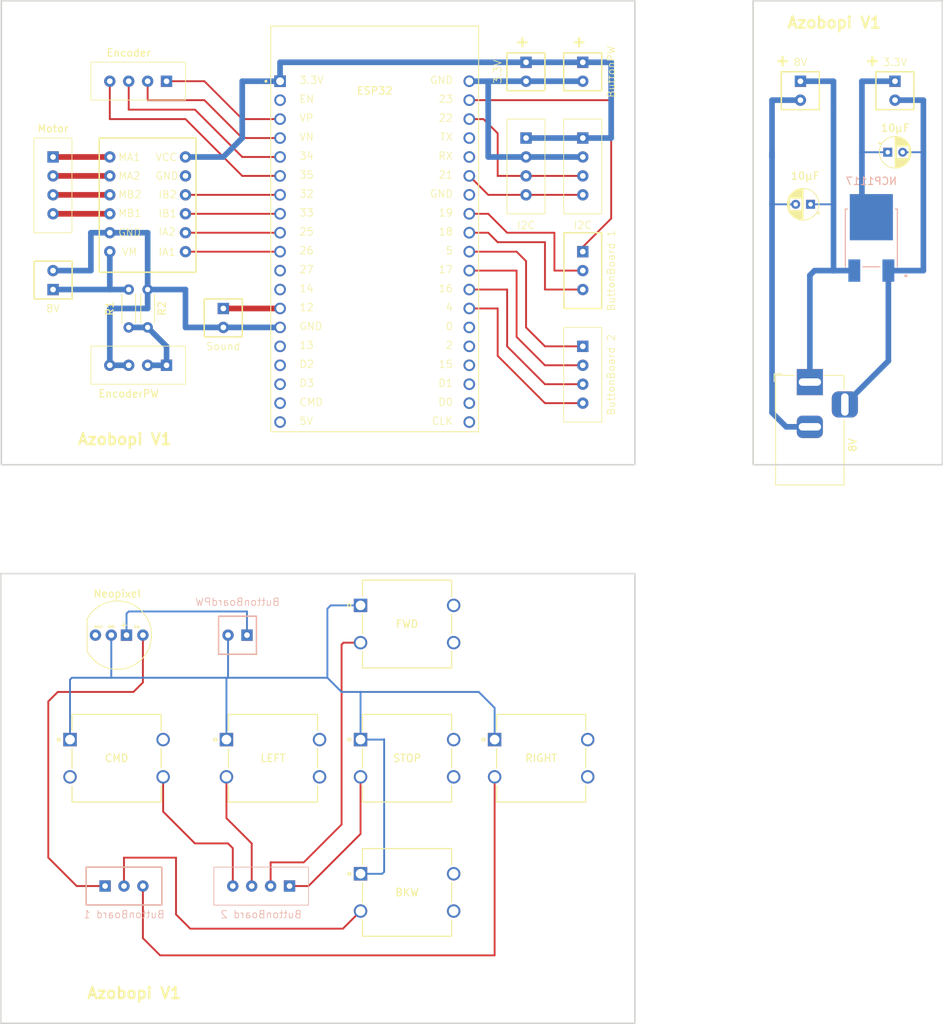
<source format=kicad_pcb>
(kicad_pcb (version 20221018) (generator pcbnew)
  (title_block (title "Azobopi") (date "2023-11-02") (rev "V1-0") (company "EBIRP"))
  (layers (0 "F.Cu" signal) (31 "B.Cu" signal) (34 "B.Paste" user) (35 "F.Paste" user) (36 "B.SilkS" user "B.Silkscreen") (37 "F.SilkS" user "F.Silkscreen") (38 "B.Mask" user) (39 "F.Mask" user) (44 "Edge.Cuts" user))
  (net 0 "")
  (footprint "Custom:HR8833" (layer "F.Cu") (at 58.42 66.04)
    (fp_text reference "REF**" hide)
    (fp_text value "HR8833")
    (fp_text user "VCC" (at 1 -7 unlocked) (layer "F.SilkS") (effects (font (thickness 0.1)) (justify left bottom)))
    (fp_text user "IB2" (at 1.4 -2 unlocked) (layer "F.SilkS") (effects (font (thickness 0.1)) (justify left bottom)))
    (fp_text user "GND" (at 1 -4.5 unlocked) (layer "F.SilkS") (effects (font (thickness 0.1)) (justify left bottom)))
    (fp_text user "IB1" (at 1.4 0.55 unlocked) (layer "F.SilkS") (effects (font (thickness 0.1)) (justify left bottom)))
    (fp_text user "IA2" (at 1.4 3 unlocked) (layer "F.SilkS") (effects (font (thickness 0.1)) (justify left bottom)))
    (fp_text user "VM" (at -3.5 5.7 unlocked) (layer "F.SilkS") (effects (font (thickness 0.1)) (justify left bottom)))
    (fp_text user "IA1" (at 1.4 5.7 unlocked) (layer "F.SilkS") (effects (font (thickness 0.1)) (justify left bottom)))
    (fp_text user "MB2" (at -4 -2 unlocked) (layer "F.SilkS") (effects (font (thickness 0.1)) (justify left bottom)))
    (fp_text user "MA1" (at -4 -7 unlocked) (layer "F.SilkS") (effects (font (thickness 0.1)) (justify left bottom)))
    (fp_text user "MA2" (at -4 -4.5 unlocked) (layer "F.SilkS") (effects (font (thickness 0.1)) (justify left bottom)))
    (fp_text user "GND" (at -4 3.1 unlocked) (layer "F.SilkS") (effects (font (thickness 0.1)) (justify left bottom)))
    (fp_text user "MB1" (at -4 0.5 unlocked) (layer "F.SilkS") (effects (font (thickness 0.1)) (justify left bottom)))
    (pad "1" thru_hole circle (at 5.08 5.08) (size 1.524 1.524) (drill 0.762) (layers "*.Cu" "*.Mask"))
    (pad "2" thru_hole circle (at 5.08 2.54) (size 1.524 1.524) (drill 0.762) (layers "*.Cu" "*.Mask"))
    (pad "3" thru_hole circle (at 5.08 0) (size 1.524 1.524) (drill 0.762) (layers "*.Cu" "*.Mask"))
    (pad "4" thru_hole circle (at 5.08 -2.54) (size 1.524 1.524) (drill 0.762) (layers "*.Cu" "*.Mask"))
    (pad "5" thru_hole circle (at 5.08 -5.08) (size 1.524 1.524) (drill 0.762) (layers "*.Cu" "*.Mask"))
    (pad "6" thru_hole circle (at 5.08 -7.62) (size 1.524 1.524) (drill 0.762) (layers "*.Cu" "*.Mask"))
    (pad "7" thru_hole circle (at -5.08 -7.62) (size 1.524 1.524) (drill 0.762) (layers "*.Cu" "*.Mask"))
    (pad "8" thru_hole circle (at -5.08 -5.08) (size 1.524 1.524) (drill 0.762) (layers "*.Cu" "*.Mask"))
    (pad "9" thru_hole circle (at -5.08 -2.54) (size 1.524 1.524) (drill 0.762) (layers "*.Cu" "*.Mask"))
    (pad "10" thru_hole circle (at -5.08 0) (size 1.524 1.524) (drill 0.762) (layers "*.Cu" "*.Mask"))
    (pad "11" thru_hole circle (at -5.08 2.54) (size 1.524 1.524) (drill 0.762) (layers "*.Cu" "*.Mask"))
    (pad "12" thru_hole circle (at -5.08 5.08) (size 1.524 1.524) (drill 0.762) (layers "*.Cu" "*.Mask"))
  )
  (footprint "Capacitor_THT:CP_Radial_D4.0mm_P2.00mm" (layer "F.Cu") (at 147.415 64.77 180)
    (fp_text reference "10μF" (at 0.73 3.81) (layer "F.SilkS"))
    (fp_text value "CP_Radial_D4.0mm_P2.00mm" hide)
    (pad "1" thru_hole rect (at 0 0 180) (size 1.2 1.2) (drill 0.6) (layers "*.Cu" "*.Mask"))
    (pad "2" thru_hole circle (at 2 0 180) (size 1.2 1.2) (drill 0.6) (layers "*.Cu" "*.Mask"))
  )
  (footprint "Custom:jst-xh3x_2.54" (layer "F.Cu") (at 114.3 76.2)
    (fp_text reference "ButtonBoard 1" (at 6.35 -2.54 90 unlocked) (layer "F.SilkS") (effects (font (thickness 0.1))))
    (fp_text value "jst-xh3x_2.54" hide)
    (pad "1" thru_hole rect (at 2.54 -5.08) (size 1.524 1.524) (drill 0.762) (layers "*.Cu" "*.Mask"))
    (pad "2" thru_hole circle (at 2.54 -2.54) (size 1.524 1.524) (drill 0.762) (layers "*.Cu" "*.Mask"))
    (pad "3" thru_hole circle (at 2.54 0) (size 1.524 1.524) (drill 0.762) (layers "*.Cu" "*.Mask"))
  )
  (footprint "Custom:COM-10302_SPK" (layer "F.Cu") (at 105 136.565)
    (fp_text reference "RIGHT" (at 6.25 2.5 unlocked) (layer "F.SilkS"))
    (fp_text value "COM-10302_SPK" hide)
    (pad "1" thru_hole rect (at 0 0) (size 1.8034 1.8034) (drill 1.2954) (layers "*.Cu" "*.Mask"))
    (pad "2" thru_hole circle (at 12.5 0) (size 1.8034 1.8034) (drill 1.2954) (layers "*.Cu" "*.Mask"))
    (pad "3" thru_hole circle (at 0 5) (size 1.8034 1.8034) (drill 1.2954) (layers "*.Cu" "*.Mask"))
    (pad "4" thru_hole circle (at 12.5 5) (size 1.8034 1.8034) (drill 1.2954) (layers "*.Cu" "*.Mask"))
  )
  (footprint "MountingHole:MountingHole_2.1mm" (layer "F.Cu") (at 43.18 40.64)
    (fp_text reference "REF**" hide)
    (fp_text value "MountingHole_2.1mm" hide)
    (pad "" np_thru_hole circle (at 0 0) (size 2.1 2.1) (drill 2.1) (layers "*.Cu" "*.Mask"))
  )
  (footprint "Custom:jst-xh2x_2.54" (layer "F.Cu") (at 45.72 74.93 180)
    (fp_text reference "8V" (at 0 -3.81 unlocked) (layer "F.SilkS") (effects (font (thickness 0.1))))
    (fp_text value "jst-xh2x_2.54" hide)
    (pad "1" thru_hole rect (at 0 -1.27 180) (size 1.524 1.524) (drill 0.762) (layers "*.Cu" "*.Mask"))
    (pad "2" thru_hole circle (at 0 1.27 180) (size 1.524 1.524) (drill 0.762) (layers "*.Cu" "*.Mask"))
  )
  (footprint "Custom:jst-xh4x_2.54" (layer "F.Cu") (at 55.88 83.82 -90)
    (fp_text reference "REF**" hide)
    (fp_text value "EncoderPW" (at 6.35 0 unlocked) (layer "F.SilkS"))
    (pad "1" thru_hole rect (at 2.54 -5.08 270) (size 1.524 1.524) (drill 0.762) (layers "*.Cu" "*.Mask"))
    (pad "2" thru_hole circle (at 2.54 -2.54 270) (size 1.524 1.524) (drill 0.762) (layers "*.Cu" "*.Mask"))
    (pad "3" thru_hole circle (at 2.54 0 270) (size 1.524 1.524) (drill 0.762) (layers "*.Cu" "*.Mask"))
    (pad "4" thru_hole circle (at 2.54 2.54 270) (size 1.524 1.524) (drill 0.762) (layers "*.Cu" "*.Mask"))
  )
  (footprint "ESP32-DEVKITC-32D:MODULE_ESP32-DEVKITC-32D" (layer "F.Cu") (at 88.9 68.02)
    (fp_text reference "ESP32" (at 0 -18.49) (layer "F.SilkS") (effects (font (size 1.000386 1.000386))))
    (fp_text value "MODULE_ESP32-DEVKITC-32D" hide)
    (fp_text user "CMD" (at -10.16 23.86 unlocked) (layer "F.SilkS") (effects (font (thickness 0.1)) (justify left bottom)))
    (fp_text user "26" (at -10.16 3.54 unlocked) (layer "F.SilkS") (effects (font (thickness 0.1)) (justify left bottom)))
    (fp_text user "19" (at 8.524762 -1.54 unlocked) (layer "F.SilkS") (effects (font (thickness 0.1)) (justify left bottom)))
    (fp_text user "27" (at -10.16 6.08 unlocked) (layer "F.SilkS") (effects (font (thickness 0.1)) (justify left bottom)))
    (fp_text user "VN" (at -10.16 -11.7 unlocked) (layer "F.SilkS") (effects (font (thickness 0.1)) (justify left bottom)))
    (fp_text user "34" (at -10.16 -9.16 unlocked) (layer "F.SilkS") (effects (font (thickness 0.1)) (justify left bottom)))
    (fp_text user "16" (at 8.524762 8.62 unlocked) (layer "F.SilkS") (effects (font (thickness 0.1)) (justify left bottom)))
    (fp_text user "2" (at 9.477143 16.24 unlocked) (layer "F.SilkS") (effects (font (thickness 0.1)) (justify left bottom)))
    (fp_text user "13" (at -10.16 16.24 unlocked) (layer "F.SilkS") (effects (font (thickness 0.1)) (justify left bottom)))
    (fp_text user "33" (at -10.16 -1.54 unlocked) (layer "F.SilkS") (effects (font (thickness 0.1)) (justify left bottom)))
    (fp_text user "5V" (at -10.16 26.4 unlocked) (layer "F.SilkS") (effects (font (thickness 0.1)) (justify left bottom)))
    (fp_text user "17" (at 8.524762 6.08 unlocked) (layer "F.SilkS") (effects (font (thickness 0.1)) (justify left bottom)))
    (fp_text user "GND" (at 7.381905 -19.32 unlocked) (layer "F.SilkS") (effects (font (thickness 0.1)) (justify left bottom)))
    (fp_text user "D3" (at -10.16 21.32 unlocked) (layer "F.SilkS") (effects (font (thickness 0.1)) (justify left bottom)))
    (fp_text user "21" (at 8.524762 -6.62 unlocked) (layer "F.SilkS") (effects (font (thickness 0.1)) (justify left bottom)))
    (fp_text user "VP" (at -10.16 -14.24 unlocked) (layer "F.SilkS") (effects (font (thickness 0.1)) (justify left bottom)))
    (fp_text user "32" (at -10.16 -4.08 unlocked) (layer "F.SilkS") (effects (font (thickness 0.1)) (justify left bottom)))
    (fp_text user "22" (at 8.524762 -14.24 unlocked) (layer "F.SilkS") (effects (font (thickness 0.1)) (justify left bottom)))
    (fp_text user "D0" (at 8.477143 23.86 unlocked) (layer "F.SilkS") (effects (font (thickness 0.1)) (justify left bottom)))
    (fp_text user "GND" (at 7.381905 -4.08 unlocked) (layer "F.SilkS") (effects (font (thickness 0.1)) (justify left bottom)))
    (fp_text user "EN" (at -10.16 -16.78 unlocked) (layer "F.SilkS") (effects (font (thickness 0.1)) (justify left bottom)))
    (fp_text user "12" (at -10.16 11.16 unlocked) (layer "F.SilkS") (effects (font (thickness 0.1)) (justify left bottom)))
    (fp_text user "TX" (at 8.715238 -11.7 unlocked) (layer "F.SilkS") (effects (font (thickness 0.1)) (justify left bottom)))
    (fp_text user "4" (at 9.477143 11.16 unlocked) (layer "F.SilkS") (effects (font (thickness 0.1)) (justify left bottom)))
    (fp_text user "25" (at -10.16 1 unlocked) (layer "F.SilkS") (effects (font (thickness 0.1)) (justify left bottom)))
    (fp_text user "0" (at 9.477143 13.7 unlocked) (layer "F.SilkS") (effects (font (thickness 0.1)) (justify left bottom)))
    (fp_text user "D1" (at 8.477143 21.32 unlocked) (layer "F.SilkS") (effects (font (thickness 0.1)) (justify left bottom)))
    (fp_text user "CLK" (at 7.62 26.4 unlocked) (layer "F.SilkS") (effects (font (thickness 0.1)) (justify left bottom)))
    (fp_text user "14" (at -10.16 8.62 unlocked) (layer "F.SilkS") (effects (font (thickness 0.1)) (justify left bottom)))
    (fp_text user "RX" (at 8.477143 -9.16 unlocked) (layer "F.SilkS") (effects (font (thickness 0.1)) (justify left bottom)))
    (fp_text user "35" (at -10.16 -6.62 unlocked) (layer "F.SilkS") (effects (font (thickness 0.1)) (justify left bottom)))
    (fp_text user "23" (at 8.524762 -16.78 unlocked) (layer "F.SilkS") (effects (font (thickness 0.1)) (justify left bottom)))
    (fp_text user "18" (at 8.524762 1 unlocked) (layer "F.SilkS") (effects (font (thickness 0.1)) (justify left bottom)))
    (fp_text user "D2" (at -10.16 18.78 unlocked) (layer "F.SilkS") (effects (font (thickness 0.1)) (justify left bottom)))
    (fp_text user "15" (at 8.524762 18.78 unlocked) (layer "F.SilkS") (effects (font (thickness 0.1)) (justify left bottom)))
    (fp_text user "GND" (at -10.16 13.7 unlocked) (layer "F.SilkS") (effects (font (thickness 0.1)) (justify left bottom)))
    (fp_text user "5" (at 9.477143 3.54 unlocked) (layer "F.SilkS") (effects (font (thickness 0.1)) (justify left bottom)))
    (fp_text user "3.3V" (at -10.16 -19.32 unlocked) (layer "F.SilkS") (effects (font (thickness 0.1)) (justify left bottom)))
    (pad "J2-1" thru_hole rect (at -12.7 -19.76) (size 1.56 1.56) (drill 1.04) (layers "*.Cu" "*.Mask"))
    (pad "J2-2" thru_hole circle (at -12.7 -17.22) (size 1.56 1.56) (drill 1.04) (layers "*.Cu" "*.Mask"))
    (pad "J2-3" thru_hole circle (at -12.7 -14.68) (size 1.56 1.56) (drill 1.04) (layers "*.Cu" "*.Mask"))
    (pad "J2-4" thru_hole circle (at -12.7 -12.14) (size 1.56 1.56) (drill 1.04) (layers "*.Cu" "*.Mask"))
    (pad "J2-5" thru_hole circle (at -12.7 -9.6) (size 1.56 1.56) (drill 1.04) (layers "*.Cu" "*.Mask"))
    (pad "J2-6" thru_hole circle (at -12.7 -7.06) (size 1.56 1.56) (drill 1.04) (layers "*.Cu" "*.Mask"))
    (pad "J2-7" thru_hole circle (at -12.7 -4.52) (size 1.56 1.56) (drill 1.04) (layers "*.Cu" "*.Mask"))
    (pad "J2-8" thru_hole circle (at -12.7 -1.98) (size 1.56 1.56) (drill 1.04) (layers "*.Cu" "*.Mask"))
    (pad "J2-9" thru_hole circle (at -12.7 0.56) (size 1.56 1.56) (drill 1.04) (layers "*.Cu" "*.Mask"))
    (pad "J2-10" thru_hole circle (at -12.7 3.1) (size 1.56 1.56) (drill 1.04) (layers "*.Cu" "*.Mask"))
    (pad "J2-11" thru_hole circle (at -12.7 5.64) (size 1.56 1.56) (drill 1.04) (layers "*.Cu" "*.Mask"))
    (pad "J2-12" thru_hole circle (at -12.7 8.18) (size 1.56 1.56) (drill 1.04) (layers "*.Cu" "*.Mask"))
    (pad "J2-13" thru_hole circle (at -12.7 10.72) (size 1.56 1.56) (drill 1.04) (layers "*.Cu" "*.Mask"))
    (pad "J2-14" thru_hole circle (at -12.7 13.26) (size 1.56 1.56) (drill 1.04) (layers "*.Cu" "*.Mask"))
    (pad "J2-15" thru_hole circle (at -12.7 15.8) (size 1.56 1.56) (drill 1.04) (layers "*.Cu" "*.Mask"))
    (pad "J2-16" thru_hole circle (at -12.7 18.34) (size 1.56 1.56) (drill 1.04) (layers "*.Cu" "*.Mask"))
    (pad "J2-17" thru_hole circle (at -12.7 20.88) (size 1.56 1.56) (drill 1.04) (layers "*.Cu" "*.Mask"))
    (pad "J2-18" thru_hole circle (at -12.7 23.42) (size 1.56 1.56) (drill 1.04) (layers "*.Cu" "*.Mask"))
    (pad "J2-19" thru_hole circle (at -12.7 25.96) (size 1.56 1.56) (drill 1.04) (layers "*.Cu" "*.Mask"))
    (pad "J3-1" thru_hole circle (at 12.7 -19.76) (size 1.56 1.56) (drill 1.04) (layers "*.Cu" "*.Mask"))
    (pad "J3-2" thru_hole circle (at 12.7 -17.22) (size 1.56 1.56) (drill 1.04) (layers "*.Cu" "*.Mask"))
    (pad "J3-3" thru_hole circle (at 12.7 -14.68) (size 1.56 1.56) (drill 1.04) (layers "*.Cu" "*.Mask"))
    (pad "J3-4" thru_hole circle (at 12.7 -12.14) (size 1.56 1.56) (drill 1.04) (layers "*.Cu" "*.Mask"))
    (pad "J3-5" thru_hole circle (at 12.7 -9.6) (size 1.56 1.56) (drill 1.04) (layers "*.Cu" "*.Mask"))
    (pad "J3-6" thru_hole circle (at 12.7 -7.06) (size 1.56 1.56) (drill 1.04) (layers "*.Cu" "*.Mask"))
    (pad "J3-7" thru_hole circle (at 12.7 -4.52) (size 1.56 1.56) (drill 1.04) (layers "*.Cu" "*.Mask"))
    (pad "J3-8" thru_hole circle (at 12.7 -1.98) (size 1.56 1.56) (drill 1.04) (layers "*.Cu" "*.Mask"))
    (pad "J3-9" thru_hole circle (at 12.7 0.56) (size 1.56 1.56) (drill 1.04) (layers "*.Cu" "*.Mask"))
    (pad "J3-10" thru_hole circle (at 12.7 3.1) (size 1.56 1.56) (drill 1.04) (layers "*.Cu" "*.Mask"))
    (pad "J3-11" thru_hole circle (at 12.7 5.64) (size 1.56 1.56) (drill 1.04) (layers "*.Cu" "*.Mask"))
    (pad "J3-12" thru_hole circle (at 12.7 8.18) (size 1.56 1.56) (drill 1.04) (layers "*.Cu" "*.Mask"))
    (pad "J3-13" thru_hole circle (at 12.7 10.72) (size 1.56 1.56) (drill 1.04) (layers "*.Cu" "*.Mask"))
    (pad "J3-14" thru_hole circle (at 12.7 13.26) (size 1.56 1.56) (drill 1.04) (layers "*.Cu" "*.Mask"))
    (pad "J3-15" thru_hole circle (at 12.7 15.8) (size 1.56 1.56) (drill 1.04) (layers "*.Cu" "*.Mask"))
    (pad "J3-16" thru_hole circle (at 12.7 18.34) (size 1.56 1.56) (drill 1.04) (layers "*.Cu" "*.Mask"))
    (pad "J3-17" thru_hole circle (at 12.7 20.88) (size 1.56 1.56) (drill 1.04) (layers "*.Cu" "*.Mask"))
    (pad "J3-18" thru_hole circle (at 12.7 23.42) (size 1.56 1.56) (drill 1.04) (layers "*.Cu" "*.Mask"))
    (pad "J3-19" thru_hole circle (at 12.7 25.96) (size 1.56 1.56) (drill 1.04) (layers "*.Cu" "*.Mask"))
  )
  (footprint "Custom:jst-xh2x_2.54" (layer "F.Cu") (at 158.75 49.53)
    (fp_text reference "3.3V" (at 0 -3.81 unlocked) (layer "F.SilkS") (effects (font (thickness 0.1))))
    (fp_text value "jst-xh2x_2.54" hide)
    (pad "1" thru_hole rect (at 0 -1.27) (size 1.524 1.524) (drill 0.762) (layers "*.Cu" "*.Mask"))
    (pad "2" thru_hole circle (at 0 1.27) (size 1.524 1.524) (drill 0.762) (layers "*.Cu" "*.Mask"))
  )
  (footprint "MountingHole:MountingHole_2.1mm" (layer "F.Cu") (at 119.38 40.64)
    (fp_text reference "REF**" hide)
    (fp_text value "MountingHole_2.1mm" hide)
    (pad "" np_thru_hole circle (at 0 0) (size 2.1 2.1) (drill 2.1) (layers "*.Cu" "*.Mask"))
  )
  (footprint "Custom:jst-xh4x_2.54" (layer "F.Cu") (at 114.3 88.9)
    (fp_text reference "ButtonBoard 2" (at 6.35 -1.27 90 unlocked) (layer "F.SilkS") (effects (font (thickness 0.1))))
    (fp_text value "jst-xh4X_2.54" hide)
    (pad "1" thru_hole rect (at 2.54 -5.08) (size 1.524 1.524) (drill 0.762) (layers "*.Cu" "*.Mask"))
    (pad "2" thru_hole circle (at 2.54 -2.54) (size 1.524 1.524) (drill 0.762) (layers "*.Cu" "*.Mask"))
    (pad "3" thru_hole circle (at 2.54 0) (size 1.524 1.524) (drill 0.762) (layers "*.Cu" "*.Mask"))
    (pad "4" thru_hole circle (at 2.54 2.54) (size 1.524 1.524) (drill 0.762) (layers "*.Cu" "*.Mask"))
  )
  (footprint "Custom:jst-xh4x_2.54" (layer "F.Cu") (at 106.68 60.96)
    (fp_text reference "I2C" (at 2.54 6.62 unlocked) (layer "F.SilkS") (effects (font (thickness 0.1))))
    (fp_text value "jst-xh4X_2.54" hide)
    (pad "1" thru_hole rect (at 2.54 -5.08) (size 1.524 1.524) (drill 0.762) (layers "*.Cu" "*.Mask"))
    (pad "2" thru_hole circle (at 2.54 -2.54) (size 1.524 1.524) (drill 0.762) (layers "*.Cu" "*.Mask"))
    (pad "3" thru_hole circle (at 2.54 0) (size 1.524 1.524) (drill 0.762) (layers "*.Cu" "*.Mask"))
    (pad "4" thru_hole circle (at 2.54 2.54) (size 1.524 1.524) (drill 0.762) (layers "*.Cu" "*.Mask"))
  )
  (footprint "Capacitor_THT:CP_Radial_D4.0mm_P2.00mm" (layer "F.Cu") (at 157.777401 57.785)
    (fp_text reference "10μF" (at 1 -3.25) (layer "F.SilkS"))
    (fp_text value "CP_Radial_D4.0mm_P2.00mm" hide)
    (pad "1" thru_hole rect (at 0 0) (size 1.2 1.2) (drill 0.6) (layers "*.Cu" "*.Mask"))
    (pad "2" thru_hole circle (at 2 0) (size 1.2 1.2) (drill 0.6) (layers "*.Cu" "*.Mask"))
  )
  (footprint "Custom:jst-xh4x_2.54" (layer "F.Cu") (at 55.88 45.72 -90)
    (fp_text reference "REF**" hide)
    (fp_text value "Encoder" (at -1.27 0 unlocked) (layer "F.SilkS"))
    (pad "1" thru_hole rect (at 2.54 -5.08 270) (size 1.524 1.524) (drill 0.762) (layers "*.Cu" "*.Mask"))
    (pad "2" thru_hole circle (at 2.54 -2.54 270) (size 1.524 1.524) (drill 0.762) (layers "*.Cu" "*.Mask"))
    (pad "3" thru_hole circle (at 2.54 0 270) (size 1.524 1.524) (drill 0.762) (layers "*.Cu" "*.Mask"))
    (pad "4" thru_hole circle (at 2.54 2.54 270) (size 1.524 1.524) (drill 0.762) (layers "*.Cu" "*.Mask"))
  )
  (footprint "MountingHole:MountingHole_2.1mm" (layer "F.Cu") (at 43.18 96.52)
    (fp_text reference "REF**" hide)
    (fp_text value "MountingHole_2.1mm" hide)
    (pad "" np_thru_hole circle (at 0 0) (size 2.1 2.1) (drill 2.1) (layers "*.Cu" "*.Mask"))
  )
  (footprint "MountingHole:MountingHole_6.5mm" (layer "F.Cu") (at 114.3 157.48)
    (fp_text reference "REF**" hide)
    (fp_text value "MountingHole_6.5mm" hide)
    (pad "" np_thru_hole circle (at 0 0) (size 6.5 6.5) (drill 6.5) (layers "*.Cu" "*.Mask"))
  )
  (footprint "MountingHole:MountingHole_2.1mm" (layer "F.Cu") (at 120.015 171.45)
    (fp_text reference "REF**" hide)
    (fp_text value "MountingHole_2.1mm" hide)
    (pad "" np_thru_hole circle (at 0 0) (size 2.1 2.1) (drill 2.1) (layers "*.Cu" "*.Mask"))
  )
  (footprint "Custom:COM-10302_SPK" (layer "F.Cu") (at 87 136.565)
    (fp_text reference "STOP" (at 6.25 2.5 unlocked) (layer "F.SilkS"))
    (fp_text value "COM-10302_SPK" hide)
    (pad "1" thru_hole rect (at 0 0) (size 1.8034 1.8034) (drill 1.2954) (layers "*.Cu" "*.Mask"))
    (pad "2" thru_hole circle (at 12.5 0) (size 1.8034 1.8034) (drill 1.2954) (layers "*.Cu" "*.Mask"))
    (pad "3" thru_hole circle (at 0 5) (size 1.8034 1.8034) (drill 1.2954) (layers "*.Cu" "*.Mask"))
    (pad "4" thru_hole circle (at 12.5 5) (size 1.8034 1.8034) (drill 1.2954) (layers "*.Cu" "*.Mask"))
  )
  (footprint "Connector_BarrelJack:BarrelJack_Horizontal" (layer "F.Cu") (at 147.32 88.615 90)
    (fp_text reference "8V" (at -8.45 5.75 90) (layer "F.SilkS"))
    (fp_text value "BarrelJack_Horizontal" hide)
    (pad "1" thru_hole rect (at 0 0 90) (size 3.5 3.5) (drill oval 1 3) (layers "*.Cu" "*.Mask"))
    (pad "2" thru_hole roundrect (at -6 0 90) (size 3 3.5) (drill oval 1 3) (layers "*.Cu" "*.Mask"))
    (pad "3" thru_hole roundrect (at -3 4.7 90) (size 3.5 3.5) (drill oval 3 1) (layers "*.Cu" "*.Mask"))
  )
  (footprint "Custom:jst-xh2x_2.54" (layer "F.Cu") (at 116.84 46.99)
    (fp_text reference "ButtonPW" (at 3.81 0 90 unlocked) (layer "F.SilkS") (effects (font (thickness 0.1))))
    (fp_text value "jst-xh2x_2.54" hide)
    (pad "1" thru_hole rect (at 0 -1.27) (size 1.524 1.524) (drill 0.762) (layers "*.Cu" "*.Mask"))
    (pad "2" thru_hole circle (at 0 1.27) (size 1.524 1.524) (drill 0.762) (layers "*.Cu" "*.Mask"))
  )
  (footprint "MountingHole:MountingHole_2.1mm" (layer "F.Cu") (at 161.925 96.52)
    (fp_text reference "REF**" hide)
    (fp_text value "MountingHole_2.1mm" hide)
    (pad "" np_thru_hole circle (at 0 0) (size 2.1 2.1) (drill 2.1) (layers "*.Cu" "*.Mask"))
  )
  (footprint "Resistor_THT:R_Axial_DIN0204_L3.6mm_D1.6mm_P5.08mm_Horizontal" (layer "F.Cu") (at 58.42 76.2 -90)
    (fp_text reference "R2" (at 2.54 -1.92 90) (layer "F.SilkS"))
    (fp_text value "R_Axial_DIN0204_L3.6mm_D1.6mm_P5.08mm_Horizontal" hide)
    (pad "1" thru_hole circle (at 0 0 270) (size 1.4 1.4) (drill 0.7) (layers "*.Cu" "*.Mask"))
    (pad "2" thru_hole oval (at 5.08 0 270) (size 1.4 1.4) (drill 0.7) (layers "*.Cu" "*.Mask"))
  )
  (footprint "MountingHole:MountingHole_2.1mm" (layer "F.Cu") (at 68.58 96.52)
    (fp_text reference "REF**" hide)
    (fp_text value "MountingHole_2.1mm" hide)
    (pad "" np_thru_hole circle (at 0 0) (size 2.1 2.1) (drill 2.1) (layers "*.Cu" "*.Mask"))
  )
  (footprint "MountingHole:MountingHole_2.1mm" (layer "F.Cu") (at 161.925 40.64)
    (fp_text reference "REF**" hide)
    (fp_text value "MountingHole_2.1mm" hide)
    (pad "" np_thru_hole circle (at 0 0) (size 2.1 2.1) (drill 2.1) (layers "*.Cu" "*.Mask"))
  )
  (footprint "Custom:COM-10302_SPK" (layer "F.Cu") (at 48 136.565)
    (fp_text reference "CMD" (at 6.25 2.5 unlocked) (layer "F.SilkS"))
    (fp_text value "COM-10302_SPK" hide)
    (pad "1" thru_hole rect (at 0 0) (size 1.8034 1.8034) (drill 1.2954) (layers "*.Cu" "*.Mask"))
    (pad "2" thru_hole circle (at 12.5 0) (size 1.8034 1.8034) (drill 1.2954) (layers "*.Cu" "*.Mask"))
    (pad "3" thru_hole circle (at 0 5) (size 1.8034 1.8034) (drill 1.2954) (layers "*.Cu" "*.Mask"))
    (pad "4" thru_hole circle (at 12.5 5) (size 1.8034 1.8034) (drill 1.2954) (layers "*.Cu" "*.Mask"))
  )
  (footprint "MountingHole:MountingHole_2.1mm" (layer "F.Cu") (at 120.015 117.475)
    (fp_text reference "REF**" hide)
    (fp_text value "MountingHole_2.1mm" hide)
    (pad "" np_thru_hole circle (at 0 0) (size 2.1 2.1) (drill 2.1) (layers "*.Cu" "*.Mask"))
  )
  (footprint "Custom:jst-xh2x_2.54" (layer "F.Cu") (at 146.05 49.53)
    (fp_text reference "8V" (at 0 -3.81 unlocked) (layer "F.SilkS") (effects (font (thickness 0.1))))
    (fp_text value "jst-xh2x_2.54" hide)
    (pad "1" thru_hole rect (at 0 -1.27) (size 1.524 1.524) (drill 0.762) (layers "*.Cu" "*.Mask"))
    (pad "2" thru_hole circle (at 0 1.27) (size 1.524 1.524) (drill 0.762) (layers "*.Cu" "*.Mask"))
  )
  (footprint "MountingHole:MountingHole_2.1mm" (layer "F.Cu") (at 68.58 40.64)
    (fp_text reference "REF**" hide)
    (fp_text value "MountingHole_2.1mm" hide)
    (pad "" np_thru_hole circle (at 0 0) (size 2.1 2.1) (drill 2.1) (layers "*.Cu" "*.Mask"))
  )
  (footprint "Custom:jst-xh4x_2.54" (layer "F.Cu") (at 114.3 60.96)
    (fp_text reference "I2C" (at 2.54 6.62 unlocked) (layer "F.SilkS") (effects (font (thickness 0.1))))
    (fp_text value "jst-xh4X_2.54" hide)
    (pad "1" thru_hole rect (at 2.54 -5.08) (size 1.524 1.524) (drill 0.762) (layers "*.Cu" "*.Mask"))
    (pad "2" thru_hole circle (at 2.54 -2.54) (size 1.524 1.524) (drill 0.762) (layers "*.Cu" "*.Mask"))
    (pad "3" thru_hole circle (at 2.54 0) (size 1.524 1.524) (drill 0.762) (layers "*.Cu" "*.Mask"))
    (pad "4" thru_hole circle (at 2.54 2.54) (size 1.524 1.524) (drill 0.762) (layers "*.Cu" "*.Mask"))
  )
  (footprint "Custom:jst-xh4x_2.54" (layer "F.Cu") (at 43.18 63.5)
    (fp_text reference "REF**" hide)
    (fp_text value "Motor" (at 2.54 -8.89 unlocked) (layer "F.SilkS"))
    (pad "1" thru_hole rect (at 2.54 -5.08) (size 1.524 1.524) (drill 0.762) (layers "*.Cu" "*.Mask"))
    (pad "2" thru_hole circle (at 2.54 -2.54) (size 1.524 1.524) (drill 0.762) (layers "*.Cu" "*.Mask"))
    (pad "3" thru_hole circle (at 2.54 0) (size 1.524 1.524) (drill 0.762) (layers "*.Cu" "*.Mask"))
    (pad "4" thru_hole circle (at 2.54 2.54) (size 1.524 1.524) (drill 0.762) (layers "*.Cu" "*.Mask"))
  )
  (footprint "Custom:jst-xh2x_2.54" (layer "F.Cu") (at 68.58 80.01)
    (fp_text reference "Sound" (at 0 3.81 unlocked) (layer "F.SilkS") (effects (font (thickness 0.1))))
    (fp_text value "jst-xh2x_2.54" hide)
    (pad "1" thru_hole rect (at 0 -1.27) (size 1.524 1.524) (drill 0.762) (layers "*.Cu" "*.Mask"))
    (pad "2" thru_hole circle (at 0 1.27) (size 1.524 1.524) (drill 0.762) (layers "*.Cu" "*.Mask"))
  )
  (footprint "Custom:jst-xh2x_2.54" (layer "F.Cu") (at 109.22 46.99)
    (fp_text reference "3.3V" (at -3.81 0 90 unlocked) (layer "F.SilkS") (effects (font (thickness 0.1))))
    (fp_text value "jst-xh2x_2.54" hide)
    (pad "1" thru_hole rect (at 0 -1.27) (size 1.524 1.524) (drill 0.762) (layers "*.Cu" "*.Mask"))
    (pad "2" thru_hole circle (at 0 1.27) (size 1.524 1.524) (drill 0.762) (layers "*.Cu" "*.Mask"))
  )
  (footprint "MountingHole:MountingHole_2.1mm" (layer "F.Cu") (at 119.38 96.52)
    (fp_text reference "REF**" hide)
    (fp_text value "MountingHole_2.1mm" hide)
    (pad "" np_thru_hole circle (at 0 0) (size 2.1 2.1) (drill 2.1) (layers "*.Cu" "*.Mask"))
  )
  (footprint "Custom:COM-10302_SPK" (layer "F.Cu") (at 69 136.565)
    (fp_text reference "LEFT" (at 6.25 2.5 unlocked) (layer "F.SilkS"))
    (fp_text value "COM-10302_SPK" hide)
    (pad "1" thru_hole rect (at 0 0) (size 1.8034 1.8034) (drill 1.2954) (layers "*.Cu" "*.Mask"))
    (pad "2" thru_hole circle (at 12.5 0) (size 1.8034 1.8034) (drill 1.2954) (layers "*.Cu" "*.Mask"))
    (pad "3" thru_hole circle (at 0 5) (size 1.8034 1.8034) (drill 1.2954) (layers "*.Cu" "*.Mask"))
    (pad "4" thru_hole circle (at 12.5 5) (size 1.8034 1.8034) (drill 1.2954) (layers "*.Cu" "*.Mask"))
  )
  (footprint "Custom:COM-10302_SPK" (layer "F.Cu") (at 87 154.565)
    (fp_text reference "BKW" (at 6.25 2.5 unlocked) (layer "F.SilkS"))
    (fp_text value "COM-10302_SPK" hide)
    (pad "1" thru_hole rect (at 0 0) (size 1.8034 1.8034) (drill 1.2954) (layers "*.Cu" "*.Mask"))
    (pad "2" thru_hole circle (at 12.5 0) (size 1.8034 1.8034) (drill 1.2954) (layers "*.Cu" "*.Mask"))
    (pad "3" thru_hole circle (at 0 5) (size 1.8034 1.8034) (drill 1.2954) (layers "*.Cu" "*.Mask"))
    (pad "4" thru_hole circle (at 12.5 5) (size 1.8034 1.8034) (drill 1.2954) (layers "*.Cu" "*.Mask"))
  )
  (footprint "Custom:Neopixel8mm" (layer "F.Cu") (at 53.085 122.555)
    (fp_text reference "Neopixel" (at 1.27 -5.56) (layer "F.SilkS"))
    (fp_text value "Neopixel8mm" hide)
    (fp_text user "+" (at 1.4732 -0.8128 unlocked) (layer "F.SilkS") (effects (font (thickness 0.1)) (justify left bottom)))
    (fp_text user "DIN" (at 3.4544 -0.9144 unlocked) (layer "F.SilkS") (effects (font (size 0.3 0.3) (thickness 0.075)) (justify left bottom)))
    (fp_text user "DOUT" (at -1.8796 -0.9144 unlocked) (layer "F.SilkS") (effects (font (size 0.3 0.3) (thickness 0.075)) (justify left bottom)))
    (fp_text user "GND" (at -0.0508 -0.9652 unlocked) (layer "F.SilkS") (effects (font (size 0.3 0.3) (thickness 0.075)) (justify left bottom)))
    (pad "1" thru_hole circle (at -1.6764 0) (size 1.524 1.524) (drill 0.762) (layers "*.Cu" "*.Mask"))
    (pad "2" thru_hole circle (at 0.4572 0) (size 1.524 1.524) (drill 0.762) (layers "*.Cu" "*.Mask"))
    (pad "3" thru_hole rect (at 2.5 0) (size 1.524 1.524) (drill 0.762) (layers "*.Cu" "*.Mask"))
    (pad "4" thru_hole circle (at 4.7 0) (size 1.524 1.524) (drill 0.762) (layers "*.Cu" "*.Mask"))
  )
  (footprint "Resistor_THT:R_Axial_DIN0204_L3.6mm_D1.6mm_P5.08mm_Horizontal" (layer "F.Cu") (at 55.88 76.2 -90)
    (fp_text reference "R1" (at 2.54 2.54 90) (layer "F.SilkS"))
    (fp_text value "R_Axial_DIN0204_L3.6mm_D1.6mm_P5.08mm_Horizontal" hide)
    (pad "1" thru_hole circle (at 0 0 270) (size 1.4 1.4) (drill 0.7) (layers "*.Cu" "*.Mask"))
    (pad "2" thru_hole oval (at 5.08 0 270) (size 1.4 1.4) (drill 0.7) (layers "*.Cu" "*.Mask"))
  )
  (footprint "MountingHole:MountingHole_2.1mm" (layer "F.Cu") (at 42.545 171.45)
    (fp_text reference "REF**" hide)
    (fp_text value "MountingHole_2.1mm" hide)
    (pad "" np_thru_hole circle (at 0 0) (size 2.1 2.1) (drill 2.1) (layers "*.Cu" "*.Mask"))
  )
  (footprint "Custom:COM-10302_SPK" (layer "F.Cu") (at 87 118.565)
    (fp_text reference "FWD" (at 6.25 2.5 unlocked) (layer "F.SilkS"))
    (fp_text value "COM-10302_SPK" hide)
    (pad "1" thru_hole rect (at 0 0) (size 1.8034 1.8034) (drill 1.2954) (layers "*.Cu" "*.Mask"))
    (pad "2" thru_hole circle (at 12.5 0) (size 1.8034 1.8034) (drill 1.2954) (layers "*.Cu" "*.Mask"))
    (pad "3" thru_hole circle (at 0 5) (size 1.8034 1.8034) (drill 1.2954) (layers "*.Cu" "*.Mask"))
    (pad "4" thru_hole circle (at 12.5 5) (size 1.8034 1.8034) (drill 1.2954) (layers "*.Cu" "*.Mask"))
  )
  (footprint "MountingHole:MountingHole_2.1mm" (layer "F.Cu") (at 42.545 117.475)
    (fp_text reference "REF**" hide)
    (fp_text value "MountingHole_2.1mm" hide)
    (pad "" np_thru_hole circle (at 0 0) (size 2.1 2.1) (drill 2.1) (layers "*.Cu" "*.Mask"))
  )
  (footprint "NCP:DPAK_ONS" (layer "B.Cu") (at 155.575 69.2785 180)
    (fp_text reference "NCP1117" (at 0 7.62 unlocked) (layer "B.SilkS") (effects (justify mirror)))
    (fp_text value "DPAK_ONS" hide)
    (pad "1" smd rect (at -2.286 -4.3815 180) (size 1.6002 2.9972) (layers "B.Cu" "B.Paste" "B.Mask"))
    (pad "2" smd rect (at 0 2.7813 180) (size 5.7912 6.1976) (layers "B.Cu" "B.Paste" "B.Mask"))
    (pad "3" smd rect (at 2.286 -4.3815 180) (size 1.6002 2.9972) (layers "B.Cu" "B.Paste" "B.Mask"))
  )
  (footprint "Custom:jst-xh4x_2.54" (layer "B.Cu") (at 72.39 158.75 90)
    (fp_text reference "ButtonBoard 2" (at -1.27 1.27 unlocked) (layer "B.SilkS") (effects (font (thickness 0.1)) (justify mirror)))
    (fp_text value "jst-xh4X_2.54" hide)
    (pad "1" thru_hole rect (at 2.54 5.08 90) (size 1.524 1.524) (drill 0.762) (layers "*.Cu" "*.Mask"))
    (pad "2" thru_hole circle (at 2.54 2.54 90) (size 1.524 1.524) (drill 0.762) (layers "*.Cu" "*.Mask"))
    (pad "3" thru_hole circle (at 2.54 0 90) (size 1.524 1.524) (drill 0.762) (layers "*.Cu" "*.Mask"))
    (pad "4" thru_hole circle (at 2.54 -2.54 90) (size 1.524 1.524) (drill 0.762) (layers "*.Cu" "*.Mask"))
  )
  (footprint "Custom:jst-xh2x_2.54" (layer "B.Cu") (at 70.485 122.555 90)
    (fp_text reference "ButtonBoardPW" (at 4.445 0 unlocked) (layer "B.SilkS") (effects (font (thickness 0.1)) (justify mirror)))
    (fp_text value "jst-xh2x_2.54" hide)
    (pad "1" thru_hole rect (at 0 1.27 90) (size 1.524 1.524) (drill 0.762) (layers "*.Cu" "*.Mask"))
    (pad "2" thru_hole circle (at 0 -1.27 90) (size 1.524 1.524) (drill 0.762) (layers "*.Cu" "*.Mask"))
  )
  (footprint "Custom:jst-xh3x_2.54" (layer "B.Cu") (at 57.785 153.67 -90)
    (fp_text reference "ButtonBoard 1" (at 6.35 2.54 unlocked) (layer "B.SilkS") (effects (font (thickness 0.1)) (justify mirror)))
    (fp_text value "jst-xh3x_2.54" hide)
    (pad "1" thru_hole rect (at 2.54 5.08 270) (size 1.524 1.524) (drill 0.762) (layers "*.Cu" "*.Mask"))
    (pad "2" thru_hole circle (at 2.54 2.54 270) (size 1.524 1.524) (drill 0.762) (layers "*.Cu" "*.Mask"))
    (pad "3" thru_hole circle (at 2.54 0 270) (size 1.524 1.524) (drill 0.762) (layers "*.Cu" "*.Mask"))
  )
  (gr_rect (start 129.54 116.84) (end 129.54 116.84) (stroke (width 0.2)) (fill none) (layer "F.Cu"))
  (gr_rect (start 38.78 37.465) (end 123.825 99.695) (stroke (width 0.2)) (fill none) (layer "Edge.Cuts"))
  (gr_rect (start 139.7 37.465) (end 165.1 99.695) (stroke (width 0.2)) (fill none) (layer "Edge.Cuts"))
  (gr_rect (start 38.7 114.3) (end 123.825 174.625) (stroke (width 0.2)) (fill none) (layer "Edge.Cuts"))
  (gr_text "+" (at 109.855 43.815) (layer "F.SilkS") (effects (font (size 1.5 1.5) (thickness 0.3) bold) (justify left bottom mirror)))
  (gr_text "Azobopi V1" (at 144.145 41.275) (layer "F.SilkS") (effects (font (size 1.5 1.5) (thickness 0.3) bold) (justify left bottom)))
  (gr_text "Azobopi V1" (at 48.895 97.155) (layer "F.SilkS") (effects (font (size 1.5 1.5) (thickness 0.3) bold) (justify left bottom)))
  (gr_text "+" (at 144.78 46.355) (layer "F.SilkS") (effects (font (size 1.5 1.5) (thickness 0.3) bold) (justify left bottom mirror)))
  (gr_text "+" (at 156.845 46.355) (layer "F.SilkS") (effects (font (size 1.5 1.5) (thickness 0.3) bold) (justify left bottom mirror)))
  (gr_text "Azobopi V1" (at 50.165 171.45) (layer "F.SilkS") (effects (font (size 1.5 1.5) (thickness 0.3) bold) (justify left bottom)))
  (gr_text "+" (at 117.475 43.815) (layer "F.SilkS") (effects (font (size 1.5 1.5) (thickness 0.3) bold) (justify left bottom mirror)))
  (segment (start 101.6 73.66) (end 107.95 73.66) (width 0.25) (layer "F.Cu") (net 0))
  (segment (start 53.34 58.42) (end 45.72 58.42) (width 0.76) (layer "F.Cu") (net 0))
  (segment (start 45.085 152.4) (end 48.895 156.21) (width 0.25) (layer "F.Cu") (net 0))
  (segment (start 105 165.51) (end 60.1 165.51) (width 0.25) (layer "F.Cu") (net 0))
  (segment (start 109.22 60.96) (end 116.84 60.96) (width 0.25) (layer "F.Cu") (net 0))
  (segment (start 104.14 68.58) (end 105.41 69.85) (width 0.25) (layer "F.Cu") (net 0))
  (segment (start 66.04 48.26) (end 60.96 48.26) (width 0.25) (layer "F.Cu") (net 0))
  (segment (start 101.6 60.96) (end 104.14 63.5) (width 0.25) (layer "F.Cu") (net 0))
  (segment (start 104.14 66.04) (end 106.68 68.58) (width 0.25) (layer "F.Cu") (net 0))
  (segment (start 64.135 161.925) (end 62.23 160.02) (width 0.25) (layer "F.Cu") (net 0))
  (segment (start 111.76 86.36) (end 116.84 86.36) (width 0.25) (layer "F.Cu") (net 0))
  (segment (start 69.85 151.13) (end 69.85 156.21) (width 0.25) (layer "F.Cu") (net 0))
  (segment (start 84.455 123.825) (end 84.715 123.565) (width 0.25) (layer "F.Cu") (net 0))
  (segment (start 63.5 53.34) (end 53.34 53.34) (width 0.25) (layer "F.Cu") (net 0))
  (segment (start 76.2 66.04) (end 63.5 66.04) (width 0.25) (layer "F.Cu") (net 0))
  (segment (start 60.1 165.51) (end 57.785 163.195) (width 0.25) (layer "F.Cu") (net 0))
  (segment (start 101.6 50.8) (end 120.65 50.8) (width 0.25) (layer "F.Cu") (net 0))
  (segment (start 76.2 55.88) (end 71.12 55.88) (width 0.25) (layer "F.Cu") (net 0))
  (segment (start 76.2 60.96) (end 71.12 60.96) (width 0.25) (layer "F.Cu") (net 0))
  (segment (start 79.375 153.035) (end 84.455 147.955) (width 0.25) (layer "F.Cu") (net 0))
  (segment (start 69 141.565) (end 69 147.105) (width 0.25) (layer "F.Cu") (net 0))
  (segment (start 105.41 85.09) (end 111.76 91.44) (width 0.25) (layer "F.Cu") (net 0))
  (segment (start 87 149.22) (end 80.01 156.21) (width 0.25) (layer "F.Cu") (net 0))
  (segment (start 68.58 78.74) (end 76.2 78.74) (width 0.76) (layer "F.Cu") (net 0))
  (segment (start 66.04 50.8) (end 58.42 50.8) (width 0.25) (layer "F.Cu") (net 0))
  (segment (start 53.34 66.04) (end 45.72 66.04) (width 0.76) (layer "F.Cu") (net 0))
  (segment (start 106.68 68.58) (end 113.03 68.58) (width 0.25) (layer "F.Cu") (net 0))
  (segment (start 80.01 156.21) (end 77.47 156.21) (width 0.25) (layer "F.Cu") (net 0))
  (segment (start 84.64 161.925) (end 64.135 161.925) (width 0.25) (layer "F.Cu") (net 0))
  (segment (start 107.95 73.66) (end 107.95 82.55) (width 0.25) (layer "F.Cu") (net 0))
  (segment (start 76.2 71.12) (end 63.5 71.12) (width 0.25) (layer "F.Cu") (net 0))
  (segment (start 76.2 63.5) (end 63.5 63.5) (width 0.25) (layer "F.Cu") (net 0))
  (segment (start 107.95 82.55) (end 111.76 86.36) (width 0.25) (layer "F.Cu") (net 0))
  (segment (start 53.34 63.5) (end 45.72 63.5) (width 0.76) (layer "F.Cu") (net 0))
  (segment (start 105.41 60.96) (end 109.22 60.96) (width 0.25) (layer "F.Cu") (net 0))
  (segment (start 62.23 160.02) (end 62.23 152.4) (width 0.25) (layer "F.Cu") (net 0))
  (segment (start 76.2 58.42) (end 71.12 58.42) (width 0.25) (layer "F.Cu") (net 0))
  (segment (start 55.245 152.4) (end 55.245 156.21) (width 0.25) (layer "F.Cu") (net 0))
  (segment (start 101.6 78.74) (end 105.41 78.74) (width 0.25) (layer "F.Cu") (net 0))
  (segment (start 87 141.565) (end 87 149.22) (width 0.25) (layer "F.Cu") (net 0))
  (segment (start 57.785 122.555) (end 57.785 128.905) (width 0.25) (layer "F.Cu") (net 0))
  (segment (start 60.5 146.225) (end 64.77 150.495) (width 0.25) (layer "F.Cu") (net 0))
  (segment (start 111.76 88.9) (end 116.84 88.9) (width 0.25) (layer "F.Cu") (net 0))
  (segment (start 53.34 53.34) (end 53.34 48.26) (width 0.25) (layer "F.Cu") (net 0))
  (segment (start 107.95 71.12) (end 109.22 72.39) (width 0.25) (layer "F.Cu") (net 0))
  (segment (start 109.22 63.5) (end 116.84 63.5) (width 0.25) (layer "F.Cu") (net 0))
  (segment (start 106.68 83.82) (end 111.76 88.9) (width 0.25) (layer "F.Cu") (net 0))
  (segment (start 53.34 60.96) (end 45.72 60.96) (width 0.76) (layer "F.Cu") (net 0))
  (segment (start 120.65 66.675) (end 116.84 70.485) (width 0.25) (layer "F.Cu") (net 0))
  (segment (start 113.03 68.58) (end 113.03 73.66) (width 0.25) (layer "F.Cu") (net 0))
  (segment (start 55.88 52.07) (end 55.88 48.26) (width 0.25) (layer "F.Cu") (net 0))
  (segment (start 57.785 163.195) (end 57.785 156.21) (width 0.25) (layer "F.Cu") (net 0))
  (segment (start 120.65 50.8) (end 120.65 66.675) (width 0.25) (layer "F.Cu") (net 0))
  (segment (start 69.215 150.495) (end 69.85 151.13) (width 0.25) (layer "F.Cu") (net 0))
  (segment (start 103.505 53.34) (end 105.41 55.245) (width 0.25) (layer "F.Cu") (net 0))
  (segment (start 64.77 52.07) (end 55.88 52.07) (width 0.25) (layer "F.Cu") (net 0))
  (segment (start 105.41 69.85) (end 111.76 69.85) (width 0.25) (layer "F.Cu") (net 0))
  (segment (start 106.68 76.2) (end 106.68 83.82) (width 0.25) (layer "F.Cu") (net 0))
  (segment (start 87 159.565) (end 84.64 161.925) (width 0.25) (layer "F.Cu") (net 0))
  (segment (start 111.76 76.2) (end 116.84 76.2) (width 0.25) (layer "F.Cu") (net 0))
  (segment (start 57.785 128.905) (end 56.515 130.175) (width 0.25) (layer "F.Cu") (net 0))
  (segment (start 48.895 156.21) (end 52.705 156.21) (width 0.25) (layer "F.Cu") (net 0))
  (segment (start 101.6 68.58) (end 104.14 68.58) (width 0.25) (layer "F.Cu") (net 0))
  (segment (start 74.93 156.21) (end 74.93 153.035) (width 0.25) (layer "F.Cu") (net 0))
  (segment (start 105 165.51) (end 105 141.565) (width 0.25) (layer "F.Cu") (net 0))
  (segment (start 45.085 131.445) (end 45.085 152.4) (width 0.25) (layer "F.Cu") (net 0))
  (segment (start 60.5 141.565) (end 60.5 146.225) (width 0.25) (layer "F.Cu") (net 0))
  (segment (start 105.41 55.245) (end 105.41 60.96) (width 0.25) (layer "F.Cu") (net 0))
  (segment (start 113.03 73.66) (end 116.84 73.66) (width 0.25) (layer "F.Cu") (net 0))
  (segment (start 101.6 66.04) (end 104.14 66.04) (width 0.25) (layer "F.Cu") (net 0))
  (segment (start 111.76 69.85) (end 111.76 76.2) (width 0.25) (layer "F.Cu") (net 0))
  (segment (start 71.12 53.34) (end 66.04 48.26) (width 0.25) (layer "F.Cu") (net 0))
  (segment (start 72.39 150.495) (end 72.39 156.21) (width 0.25) (layer "F.Cu") (net 0))
  (segment (start 74.93 153.035) (end 79.375 153.035) (width 0.25) (layer "F.Cu") (net 0))
  (segment (start 101.6 76.2) (end 106.68 76.2) (width 0.25) (layer "F.Cu") (net 0))
  (segment (start 84.455 147.955) (end 84.455 123.825) (width 0.25) (layer "F.Cu") (net 0))
  (segment (start 111.76 91.44) (end 116.84 91.44) (width 0.25) (layer "F.Cu") (net 0))
  (segment (start 84.715 123.565) (end 87 123.565) (width 0.25) (layer "F.Cu") (net 0))
  (segment (start 111.76 83.82) (end 116.84 83.82) (width 0.25) (layer "F.Cu") (net 0))
  (segment (start 69 147.105) (end 72.39 150.495) (width 0.25) (layer "F.Cu") (net 0))
  (segment (start 76.2 53.34) (end 71.12 53.34) (width 0.25) (layer "F.Cu") (net 0))
  (segment (start 71.12 58.42) (end 64.77 52.07) (width 0.25) (layer "F.Cu") (net 0))
  (segment (start 116.84 70.485) (end 116.84 71.12) (width 0.25) (layer "F.Cu") (net 0))
  (segment (start 56.515 130.175) (end 46.355 130.175) (width 0.25) (layer "F.Cu") (net 0))
  (segment (start 71.12 55.88) (end 66.04 50.8) (width 0.25) (layer "F.Cu") (net 0))
  (segment (start 109.22 81.28) (end 111.76 83.82) (width 0.25) (layer "F.Cu") (net 0))
  (segment (start 58.42 50.8) (end 58.42 48.26) (width 0.25) (layer "F.Cu") (net 0))
  (segment (start 105.41 78.74) (end 105.41 85.09) (width 0.25) (layer "F.Cu") (net 0))
  (segment (start 46.355 130.175) (end 45.085 131.445) (width 0.25) (layer "F.Cu") (net 0))
  (segment (start 64.77 150.495) (end 69.215 150.495) (width 0.25) (layer "F.Cu") (net 0))
  (segment (start 71.12 60.96) (end 63.5 53.34) (width 0.25) (layer "F.Cu") (net 0))
  (segment (start 109.22 72.39) (end 109.22 81.28) (width 0.25) (layer "F.Cu") (net 0))
  (segment (start 76.2 68.58) (end 63.5 68.58) (width 0.25) (layer "F.Cu") (net 0))
  (segment (start 104.14 63.5) (end 109.22 63.5) (width 0.25) (layer "F.Cu") (net 0))
  (segment (start 62.23 152.4) (end 55.245 152.4) (width 0.25) (layer "F.Cu") (net 0))
  (segment (start 101.6 71.12) (end 107.95 71.12) (width 0.25) (layer "F.Cu") (net 0))
  (segment (start 101.6 53.34) (end 103.505 53.34) (width 0.25) (layer "F.Cu") (net 0))
  (segment (start 145.415 64.77) (end 142.24 64.77) (width 0.25) (layer "B.Cu") (net 0))
  (segment (start 147.32 94.615) (end 144.145 94.615) (width 0.76) (layer "B.Cu") (net 0))
  (segment (start 55.88 119.38) (end 55.585 119.675) (width 0.25) (layer "B.Cu") (net 0))
  (segment (start 71.755 119.38) (end 55.88 119.38) (width 0.25) (layer "B.Cu") (net 0))
  (segment (start 147.32 74.295) (end 147.955 73.66) (width 0.76) (layer "B.Cu") (net 0))
  (segment (start 154.305 48.26) (end 158.75 48.26) (width 0.76) (layer "B.Cu") (net 0))
  (segment (start 162.56 50.8) (end 158.75 50.8) (width 0.76) (layer "B.Cu") (net 0))
  (segment (start 162.56 73.66) (end 162.56 57.785) (width 0.76) (layer "B.Cu") (net 0))
  (segment (start 159.777401 57.785) (end 162.56 57.785) (width 0.25) (layer "B.Cu") (net 0))
  (segment (start 105 136.565) (end 105 132.305) (width 0.25) (layer "B.Cu") (net 0))
  (segment (start 157.861 73.66) (end 157.861 85.774) (width 0.76) (layer "B.Cu") (net 0))
  (segment (start 48 128.53) (end 48 136.565) (width 0.25) (layer "B.Cu") (net 0))
  (segment (start 58.42 68.58) (end 53.34 68.58) (width 0.76) (layer "B.Cu") (net 0))
  (segment (start 155.575 66.4972) (end 154.305 65.2272) (width 0.76) (layer "B.Cu") (net 0))
  (segment (start 105 132.305) (end 102.87 130.175) (width 0.25) (layer "B.Cu") (net 0))
  (segment (start 55.88 76.2) (end 53.34 76.2) (width 0.76) (layer "B.Cu") (net 0))
  (segment (start 120.65 55.88) (end 116.84 55.88) (width 0.76) (layer "B.Cu") (net 0))
  (segment (start 104.14 58.42) (end 109.22 58.42) (width 0.76) (layer "B.Cu") (net 0))
  (segment (start 58.42 76.2) (end 63.5 76.2) (width 0.76) (layer "B.Cu") (net 0))
  (segment (start 154.305 65.2272) (end 154.305 57.785) (width 0.76) (layer "B.Cu") (net 0))
  (segment (start 109.22 48.26) (end 116.84 48.26) (width 0.76) (layer "B.Cu") (net 0))
  (segment (start 71.12 55.88) (end 71.12 48.26) (width 0.76) (layer "B.Cu") (net 0))
  (segment (start 82.55 119.02) (end 82.55 128.27) (width 0.25) (layer "B.Cu") (net 0))
  (segment (start 87 130.18) (end 86.995 130.175) (width 0.25) (layer "B.Cu") (net 0))
  (segment (start 84.455 130.175) (end 82.55 128.27) (width 0.25) (layer "B.Cu") (net 0))
  (segment (start 55.585 119.675) (end 55.585 122.555) (width 0.25) (layer "B.Cu") (net 0))
  (segment (start 146.685 87.98) (end 147.32 88.615) (width 0.25) (layer "B.Cu") (net 0))
  (segment (start 147.955 73.66) (end 148.59 73.66) (width 0.76) (layer "B.Cu") (net 0))
  (segment (start 142.24 58.42) (end 142.24 50.8) (width 0.76) (layer "B.Cu") (net 0))
  (segment (start 148.59 73.66) (end 150.368 73.66) (width 0.76) (layer "B.Cu") (net 0))
  (segment (start 150.368 73.66) (end 150.495 73.66) (width 0.76) (layer "B.Cu") (net 0))
  (segment (start 109.22 48.26) (end 104.14 48.26) (width 0.76) (layer "B.Cu") (net 0))
  (segment (start 120.65 45.72) (end 120.65 55.88) (width 0.76) (layer "B.Cu") (net 0))
  (segment (start 60.96 83.82) (end 60.96 86.36) (width 0.76) (layer "B.Cu") (net 0))
  (segment (start 71.12 48.26) (end 76.2 48.26) (width 0.76) (layer "B.Cu") (net 0))
  (segment (start 63.5 58.42) (end 68.58 58.42) (width 0.76) (layer "B.Cu") (net 0))
  (segment (start 90.17 136.525) (end 90.13 136.565) (width 0.25) (layer "B.Cu") (net 0))
  (segment (start 76.2 45.72) (end 109.22 45.72) (width 0.76) (layer "B.Cu") (net 0))
  (segment (start 109.22 58.42) (end 116.84 58.42) (width 0.76) (layer "B.Cu") (net 0))
  (segment (start 90.13 136.565) (end 87 136.565) (width 0.25) (layer "B.Cu") (net 0))
  (segment (start 76.2 48.26) (end 76.2 45.72) (width 0.76) (layer "B.Cu") (net 0))
  (segment (start 58.42 76.2) (end 58.42 78.74) (width 0.76) (layer "B.Cu") (net 0))
  (segment (start 50.8 73.66) (end 50.8 68.58) (width 0.76) (layer "B.Cu") (net 0))
  (segment (start 83.005 118.565) (end 82.55 119.02) (width 0.25) (layer "B.Cu") (net 0))
  (segment (start 154.305 57.785) (end 154.305 48.26) (width 0.76) (layer "B.Cu") (net 0))
  (segment (start 53.5422 128.27) (end 53.5422 122.555) (width 0.25) (layer "B.Cu") (net 0))
  (segment (start 58.42 76.2) (end 58.42 68.58) (width 0.76) (layer "B.Cu") (net 0))
  (segment (start 142.24 92.71) (end 142.24 64.77) (width 0.76) (layer "B.Cu") (net 0))
  (segment (start 109.22 45.72) (end 116.84 45.72) (width 0.76) (layer "B.Cu") (net 0))
  (segment (start 104.14 48.26) (end 104.14 58.42) (width 0.76) (layer "B.Cu") (net 0))
  (segment (start 55.88 81.28) (end 58.42 81.28) (width 0.76) (layer "B.Cu") (net 0))
  (segment (start 53.34 86.36) (end 55.88 86.36) (width 0.76) (layer "B.Cu") (net 0))
  (segment (start 150.495 48.26) (end 146.05 48.26) (width 0.76) (layer "B.Cu") (net 0))
  (segment (start 58.42 81.28) (end 60.96 83.82) (width 0.76) (layer "B.Cu") (net 0))
  (segment (start 87 154.565) (end 89.91 154.565) (width 0.25) (layer "B.Cu") (net 0))
  (segment (start 150.495 52.07) (end 150.495 48.26) (width 0.76) (layer "B.Cu") (net 0))
  (segment (start 87 136.565) (end 87 130.18) (width 0.25) (layer "B.Cu") (net 0))
  (segment (start 69 136.565) (end 69 128.27) (width 0.25) (layer "B.Cu") (net 0))
  (segment (start 53.34 78.74) (end 53.34 86.36) (width 0.76) (layer "B.Cu") (net 0))
  (segment (start 116.84 55.88) (end 109.22 55.88) (width 0.76) (layer "B.Cu") (net 0))
  (segment (start 147.32 88.615) (end 147.32 74.295) (width 0.76) (layer "B.Cu") (net 0))
  (segment (start 150.495 64.77) (end 150.495 52.07) (width 0.76) (layer "B.Cu") (net 0))
  (segment (start 147.415 64.77) (end 150.495 64.77) (width 0.25) (layer "B.Cu") (net 0))
  (segment (start 68.58 81.28) (end 76.2 81.28) (width 0.76) (layer "B.Cu") (net 0))
  (segment (start 142.24 50.8) (end 146.05 50.8) (width 0.76) (layer "B.Cu") (net 0))
  (segment (start 45.72 76.2) (end 53.34 76.2) (width 0.76) (layer "B.Cu") (net 0))
  (segment (start 150.495 73.66) (end 150.495 64.77) (width 0.76) (layer "B.Cu") (net 0))
  (segment (start 45.72 73.66) (end 50.8 73.66) (width 0.76) (layer "B.Cu") (net 0))
  (segment (start 90.17 154.305) (end 90.17 136.525) (width 0.25) (layer "B.Cu") (net 0))
  (segment (start 144.145 94.615) (end 142.24 92.71) (width 0.76) (layer "B.Cu") (net 0))
  (segment (start 53.34 76.2) (end 53.34 71.12) (width 0.76) (layer "B.Cu") (net 0))
  (segment (start 60.96 86.36) (end 58.42 86.36) (width 0.76) (layer "B.Cu") (net 0))
  (segment (start 87 118.565) (end 83.005 118.565) (width 0.25) (layer "B.Cu") (net 0))
  (segment (start 63.5 81.28) (end 68.58 81.28) (width 0.76) (layer "B.Cu") (net 0))
  (segment (start 48.26 128.27) (end 48 128.53) (width 0.25) (layer "B.Cu") (net 0))
  (segment (start 71.755 122.555) (end 71.755 119.38) (width 0.25) (layer "B.Cu") (net 0))
  (segment (start 58.42 78.74) (end 53.34 78.74) (width 0.76) (layer "B.Cu") (net 0))
  (segment (start 102.87 130.175) (end 84.455 130.175) (width 0.25) (layer "B.Cu") (net 0))
  (segment (start 69.215 122.555) (end 69.215 128.27) (width 0.25) (layer "B.Cu") (net 0))
  (segment (start 150.495 73.66) (end 153.289 73.66) (width 0.76) (layer "B.Cu") (net 0))
  (segment (start 157.777401 57.785) (end 154.305 57.785) (width 0.25) (layer "B.Cu") (net 0))
  (segment (start 157.861 73.66) (end 162.56 73.66) (width 0.76) (layer "B.Cu") (net 0))
  (segment (start 142.24 64.77) (end 142.24 58.42) (width 0.76) (layer "B.Cu") (net 0))
  (segment (start 50.8 68.58) (end 53.34 68.58) (width 0.76) (layer "B.Cu") (net 0))
  (segment (start 63.5 76.2) (end 63.5 81.28) (width 0.76) (layer "B.Cu") (net 0))
  (segment (start 116.84 45.72) (end 120.65 45.72) (width 0.76) (layer "B.Cu") (net 0))
  (segment (start 82.55 128.27) (end 48.26 128.27) (width 0.25) (layer "B.Cu") (net 0))
  (segment (start 157.861 85.774) (end 152.02 91.615) (width 0.76) (layer "B.Cu") (net 0))
  (segment (start 104.14 48.26) (end 101.6 48.26) (width 0.76) (layer "B.Cu") (net 0))
  (segment (start 162.56 57.785) (end 162.56 50.8) (width 0.76) (layer "B.Cu") (net 0))
  (segment (start 142.24 58.42) (end 142.24 57.785) (width 0.76) (layer "B.Cu") (net 0))
  (segment (start 89.91 154.565) (end 90.17 154.305) (width 0.25) (layer "B.Cu") (net 0))
  (segment (start 68.58 58.42) (end 71.12 55.88) (width 0.76) (layer "B.Cu") (net 0))
)
</source>
